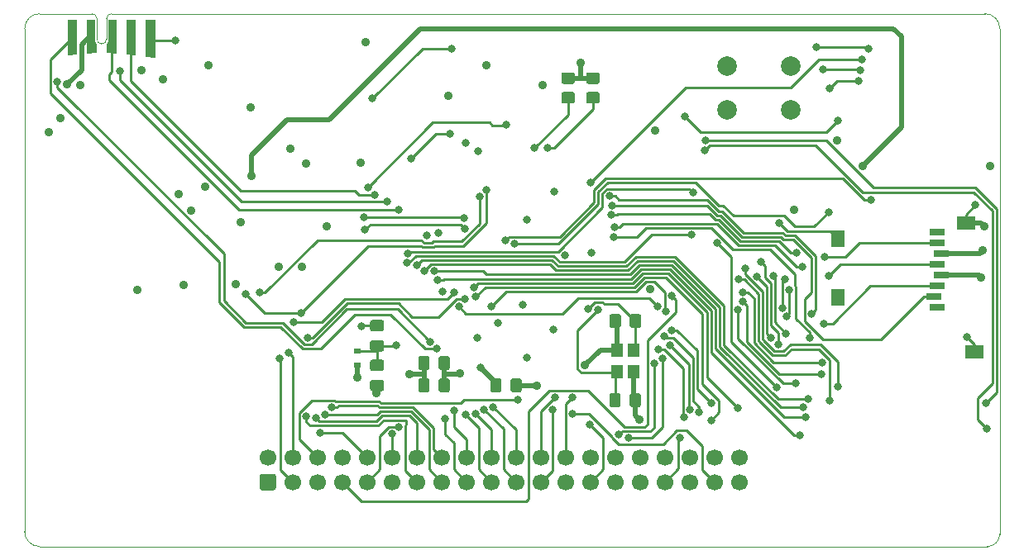
<source format=gbl>
%TF.GenerationSoftware,KiCad,Pcbnew,5.1.8*%
%TF.CreationDate,2020-12-10T16:40:19-06:00*%
%TF.ProjectId,e54-GFX-Development-Board,6535342d-4746-4582-9d44-6576656c6f70,rev?*%
%TF.SameCoordinates,Original*%
%TF.FileFunction,Copper,L4,Bot*%
%TF.FilePolarity,Positive*%
%FSLAX46Y46*%
G04 Gerber Fmt 4.6, Leading zero omitted, Abs format (unit mm)*
G04 Created by KiCad (PCBNEW 5.1.8) date 2020-12-10 16:40:19*
%MOMM*%
%LPD*%
G01*
G04 APERTURE LIST*
%TA.AperFunction,Profile*%
%ADD10C,0.050000*%
%TD*%
%TA.AperFunction,EtchedComponent*%
%ADD11C,0.050000*%
%TD*%
%TA.AperFunction,SMDPad,CuDef*%
%ADD12R,1.200000X1.400000*%
%TD*%
%TA.AperFunction,SMDPad,CuDef*%
%ADD13C,0.100000*%
%TD*%
%TA.AperFunction,SMDPad,CuDef*%
%ADD14R,1.500000X0.700000*%
%TD*%
%TA.AperFunction,SMDPad,CuDef*%
%ADD15R,1.400000X1.800000*%
%TD*%
%TA.AperFunction,SMDPad,CuDef*%
%ADD16R,1.900000X1.400000*%
%TD*%
%TA.AperFunction,ComponentPad*%
%ADD17C,2.000000*%
%TD*%
%TA.AperFunction,ComponentPad*%
%ADD18C,1.700000*%
%TD*%
%TA.AperFunction,SMDPad,CuDef*%
%ADD19R,0.800000X0.600000*%
%TD*%
%TA.AperFunction,ViaPad*%
%ADD20C,0.889000*%
%TD*%
%TA.AperFunction,ViaPad*%
%ADD21C,0.800000*%
%TD*%
%TA.AperFunction,Conductor*%
%ADD22C,0.500000*%
%TD*%
%TA.AperFunction,Conductor*%
%ADD23C,0.250000*%
%TD*%
G04 APERTURE END LIST*
D10*
X108378000Y-70358000D02*
X192786000Y-70358000D01*
X96012000Y-70358000D02*
X98378000Y-70358000D01*
X194310000Y-71882000D02*
X194310000Y-123698000D01*
X192786000Y-70358000D02*
G75*
G02*
X194310000Y-71882000I0J-1524000D01*
G01*
X94488000Y-71882000D02*
G75*
G02*
X96012000Y-70358000I1524000J0D01*
G01*
X96012000Y-124968000D02*
G75*
G02*
X94488000Y-123444000I0J1524000D01*
G01*
X194310000Y-123698000D02*
G75*
G02*
X193040000Y-124968000I-1270000J0D01*
G01*
X94488000Y-123444000D02*
X94488000Y-71882000D01*
X193040000Y-124968000D02*
X96012000Y-124968000D01*
D11*
%TO.C,J3*%
X101878000Y-70858000D02*
X101878000Y-72958000D01*
X102878000Y-72958000D02*
X102878000Y-70858000D01*
X98378000Y-70358000D02*
X101378000Y-70358000D01*
X103378000Y-70358000D02*
X108378000Y-70358000D01*
X102878000Y-72958000D02*
G75*
G02*
X101878000Y-72958000I-500000J0D01*
G01*
X101378000Y-70358000D02*
G75*
G02*
X101878000Y-70858000I0J-500000D01*
G01*
X102878000Y-70858000D02*
G75*
G02*
X103378000Y-70358000I500000J0D01*
G01*
%TD*%
D12*
%TO.P,Y1,4*%
%TO.N,GND*%
X155106000Y-104818000D03*
%TO.P,Y1,3*%
%TO.N,/XOUT0*%
X155106000Y-107018000D03*
%TO.P,Y1,2*%
%TO.N,GND*%
X156806000Y-107018000D03*
%TO.P,Y1,1*%
%TO.N,/XIN0*%
X156806000Y-104818000D03*
%TD*%
%TA.AperFunction,SMDPad,CuDef*%
D13*
%TO.P,J3,8*%
%TO.N,/DBG_RX*%
G36*
X98878000Y-70958000D02*
G01*
X99878000Y-70958000D01*
X99878000Y-74558000D01*
X98878000Y-74658000D01*
X98878000Y-70958000D01*
G37*
%TD.AperFunction*%
%TA.AperFunction,SMDPad,CuDef*%
%TO.P,J3,6*%
%TO.N,/SWO*%
G36*
X104878000Y-74558000D02*
G01*
X104878000Y-70958000D01*
X105878000Y-70958000D01*
X105878000Y-74658000D01*
X104878000Y-74558000D01*
G37*
%TD.AperFunction*%
%TA.AperFunction,SMDPad,CuDef*%
%TO.P,J3,10*%
%TO.N,/~RESET*%
G36*
X106878000Y-74758000D02*
G01*
X106878000Y-70958000D01*
X107878000Y-70958000D01*
X107878000Y-74858000D01*
X106878000Y-74758000D01*
G37*
%TD.AperFunction*%
%TA.AperFunction,SMDPad,CuDef*%
%TO.P,J3,3*%
%TO.N,GND*%
G36*
X100878000Y-70958000D02*
G01*
X101678000Y-70958000D01*
X101678000Y-72968000D01*
X101688000Y-73078000D01*
X101708000Y-73158000D01*
X101728000Y-73218000D01*
X101748000Y-73268000D01*
X101778000Y-73318000D01*
X101818000Y-73378000D01*
X101858000Y-73428000D01*
X101878000Y-73448000D01*
X101878000Y-74358000D01*
X100878000Y-74458000D01*
X100878000Y-70958000D01*
G37*
%TD.AperFunction*%
%TA.AperFunction,SMDPad,CuDef*%
%TO.P,J3,4*%
%TO.N,/SWCLK*%
G36*
X102878000Y-74358000D02*
G01*
X102878000Y-73448000D01*
X102898000Y-73428000D01*
X102938000Y-73378000D01*
X102978000Y-73318000D01*
X103008000Y-73268000D01*
X103028000Y-73218000D01*
X103048000Y-73158000D01*
X103068000Y-73078000D01*
X103078000Y-72968000D01*
X103078000Y-70958000D01*
X103878000Y-70958000D01*
X103878000Y-74458000D01*
X102878000Y-74358000D01*
G37*
%TD.AperFunction*%
%TD*%
D14*
%TO.P,X1,1*%
%TO.N,N/C*%
X187932000Y-100440000D03*
%TO.P,X1,2*%
%TO.N,/~SD_CS*%
X187532000Y-99340000D03*
%TO.P,X1,3*%
%TO.N,/SD_MOSI*%
X187932000Y-98240000D03*
%TO.P,X1,4*%
%TO.N,+3V3*%
X188332000Y-97140000D03*
%TO.P,X1,5*%
%TO.N,/SD_SCK*%
X187932000Y-96040000D03*
%TO.P,X1,6*%
%TO.N,GND*%
X188332000Y-94940000D03*
%TO.P,X1,7*%
%TO.N,/SD_MISO*%
X187932000Y-93840000D03*
%TO.P,X1,8*%
%TO.N,N/C*%
X187932000Y-92740000D03*
D15*
%TO.P,X1,CD2*%
X177732000Y-99440000D03*
%TO.P,X1,CD1*%
%TO.N,/SD_CD*%
X177732000Y-93440000D03*
D16*
%TO.P,X1,MT2*%
%TO.N,GND*%
X191732000Y-105040000D03*
%TO.P,X1,MT1*%
X190832000Y-91840000D03*
%TD*%
D17*
%TO.P,SW1,1*%
%TO.N,Net-(R2-Pad2)*%
X172870000Y-75692000D03*
%TO.P,SW1,2*%
%TO.N,GND*%
X172870000Y-80192000D03*
%TO.P,SW1,1*%
%TO.N,N/C*%
X166370000Y-75692000D03*
%TO.P,SW1,2*%
%TO.N,GND*%
X166370000Y-80192000D03*
%TD*%
%TO.P,R4,2*%
%TO.N,/I2C_SDA*%
%TA.AperFunction,SMDPad,CuDef*%
G36*
G01*
X149663999Y-78378000D02*
X150564001Y-78378000D01*
G75*
G02*
X150814000Y-78627999I0J-249999D01*
G01*
X150814000Y-79328001D01*
G75*
G02*
X150564001Y-79578000I-249999J0D01*
G01*
X149663999Y-79578000D01*
G75*
G02*
X149414000Y-79328001I0J249999D01*
G01*
X149414000Y-78627999D01*
G75*
G02*
X149663999Y-78378000I249999J0D01*
G01*
G37*
%TD.AperFunction*%
%TO.P,R4,1*%
%TO.N,+3V3*%
%TA.AperFunction,SMDPad,CuDef*%
G36*
G01*
X149663999Y-76378000D02*
X150564001Y-76378000D01*
G75*
G02*
X150814000Y-76627999I0J-249999D01*
G01*
X150814000Y-77328001D01*
G75*
G02*
X150564001Y-77578000I-249999J0D01*
G01*
X149663999Y-77578000D01*
G75*
G02*
X149414000Y-77328001I0J249999D01*
G01*
X149414000Y-76627999D01*
G75*
G02*
X149663999Y-76378000I249999J0D01*
G01*
G37*
%TD.AperFunction*%
%TD*%
%TO.P,R3,2*%
%TO.N,/I2C_SCL*%
%TA.AperFunction,SMDPad,CuDef*%
G36*
G01*
X152203999Y-78378000D02*
X153104001Y-78378000D01*
G75*
G02*
X153354000Y-78627999I0J-249999D01*
G01*
X153354000Y-79328001D01*
G75*
G02*
X153104001Y-79578000I-249999J0D01*
G01*
X152203999Y-79578000D01*
G75*
G02*
X151954000Y-79328001I0J249999D01*
G01*
X151954000Y-78627999D01*
G75*
G02*
X152203999Y-78378000I249999J0D01*
G01*
G37*
%TD.AperFunction*%
%TO.P,R3,1*%
%TO.N,+3V3*%
%TA.AperFunction,SMDPad,CuDef*%
G36*
G01*
X152203999Y-76378000D02*
X153104001Y-76378000D01*
G75*
G02*
X153354000Y-76627999I0J-249999D01*
G01*
X153354000Y-77328001D01*
G75*
G02*
X153104001Y-77578000I-249999J0D01*
G01*
X152203999Y-77578000D01*
G75*
G02*
X151954000Y-77328001I0J249999D01*
G01*
X151954000Y-76627999D01*
G75*
G02*
X152203999Y-76378000I249999J0D01*
G01*
G37*
%TD.AperFunction*%
%TD*%
D18*
%TO.P,J4,40*%
%TO.N,N/C*%
X167640000Y-115824000D03*
%TO.P,J4,38*%
%TO.N,/~TFT_cRST*%
X165100000Y-115824000D03*
%TO.P,J4,36*%
%TO.N,/TFT_D23*%
X162560000Y-115824000D03*
%TO.P,J4,34*%
%TO.N,/TFT_D21*%
X160020000Y-115824000D03*
%TO.P,J4,32*%
%TO.N,/TFT_D19*%
X157480000Y-115824000D03*
%TO.P,J4,30*%
%TO.N,/TFT_D17*%
X154940000Y-115824000D03*
%TO.P,J4,28*%
%TO.N,/TFT_D15*%
X152400000Y-115824000D03*
%TO.P,J4,26*%
%TO.N,/TFT_D13*%
X149860000Y-115824000D03*
%TO.P,J4,24*%
%TO.N,/TFT_D11*%
X147320000Y-115824000D03*
%TO.P,J4,22*%
%TO.N,/TFT_D9*%
X144780000Y-115824000D03*
%TO.P,J4,20*%
%TO.N,/TFT_D7*%
X142240000Y-115824000D03*
%TO.P,J4,18*%
%TO.N,/TFT_D5*%
X139700000Y-115824000D03*
%TO.P,J4,16*%
%TO.N,/TFT_D3*%
X137160000Y-115824000D03*
%TO.P,J4,14*%
%TO.N,/TFT_D1*%
X134620000Y-115824000D03*
%TO.P,J4,12*%
%TO.N,/TFT_TE*%
X132080000Y-115824000D03*
%TO.P,J4,10*%
%TO.N,/TFT_WR*%
X129540000Y-115824000D03*
%TO.P,J4,8*%
%TO.N,/TFT_DC*%
X127000000Y-115824000D03*
%TO.P,J4,6*%
%TO.N,/TFT_GPIO*%
X124460000Y-115824000D03*
%TO.P,J4,4*%
%TO.N,/I2C_SDA*%
X121920000Y-115824000D03*
%TO.P,J4,2*%
%TO.N,GND*%
X119380000Y-115824000D03*
%TO.P,J4,39*%
%TO.N,/TFT_WAKE*%
X167640000Y-118364000D03*
%TO.P,J4,37*%
%TO.N,/TFT_STANDBY*%
X165100000Y-118364000D03*
%TO.P,J4,35*%
%TO.N,/TFT_D22*%
X162560000Y-118364000D03*
%TO.P,J4,33*%
%TO.N,/TFT_D20*%
X160020000Y-118364000D03*
%TO.P,J4,31*%
%TO.N,/TFT_D18*%
X157480000Y-118364000D03*
%TO.P,J4,29*%
%TO.N,/TFT_D16*%
X154940000Y-118364000D03*
%TO.P,J4,27*%
%TO.N,/TFT_D14*%
X152400000Y-118364000D03*
%TO.P,J4,25*%
%TO.N,/TFT_D12*%
X149860000Y-118364000D03*
%TO.P,J4,23*%
%TO.N,/TFT_D10*%
X147320000Y-118364000D03*
%TO.P,J4,21*%
%TO.N,/TFT_D8*%
X144780000Y-118364000D03*
%TO.P,J4,19*%
%TO.N,/TFT_D6*%
X142240000Y-118364000D03*
%TO.P,J4,17*%
%TO.N,/TFT_D4*%
X139700000Y-118364000D03*
%TO.P,J4,15*%
%TO.N,/TFT_D2*%
X137160000Y-118364000D03*
%TO.P,J4,13*%
%TO.N,/TFT_D0*%
X134620000Y-118364000D03*
%TO.P,J4,11*%
%TO.N,/TFT_RD*%
X132080000Y-118364000D03*
%TO.P,J4,9*%
%TO.N,/~TFT_CS*%
X129540000Y-118364000D03*
%TO.P,J4,7*%
%TO.N,/~TFT_RST*%
X127000000Y-118364000D03*
%TO.P,J4,5*%
%TO.N,/TOUCH_INT*%
X124460000Y-118364000D03*
%TO.P,J4,3*%
%TO.N,/I2C_SCL*%
X121920000Y-118364000D03*
%TO.P,J4,1*%
%TO.N,+3V3*%
%TA.AperFunction,ComponentPad*%
G36*
G01*
X119980000Y-119214000D02*
X118780000Y-119214000D01*
G75*
G02*
X118530000Y-118964000I0J250000D01*
G01*
X118530000Y-117764000D01*
G75*
G02*
X118780000Y-117514000I250000J0D01*
G01*
X119980000Y-117514000D01*
G75*
G02*
X120230000Y-117764000I0J-250000D01*
G01*
X120230000Y-118964000D01*
G75*
G02*
X119980000Y-119214000I-250000J0D01*
G01*
G37*
%TD.AperFunction*%
%TD*%
D19*
%TO.P,FB1,1*%
%TO.N,+3V3*%
X128524000Y-106364000D03*
%TO.P,FB1,2*%
%TO.N,/VCC_MCU_VDDANA*%
X128524000Y-104964000D03*
%TD*%
%TO.P,C22,2*%
%TO.N,GND*%
%TA.AperFunction,SMDPad,CuDef*%
G36*
G01*
X155527500Y-101379000D02*
X155527500Y-102329000D01*
G75*
G02*
X155277500Y-102579000I-250000J0D01*
G01*
X154602500Y-102579000D01*
G75*
G02*
X154352500Y-102329000I0J250000D01*
G01*
X154352500Y-101379000D01*
G75*
G02*
X154602500Y-101129000I250000J0D01*
G01*
X155277500Y-101129000D01*
G75*
G02*
X155527500Y-101379000I0J-250000D01*
G01*
G37*
%TD.AperFunction*%
%TO.P,C22,1*%
%TO.N,/XIN0*%
%TA.AperFunction,SMDPad,CuDef*%
G36*
G01*
X157602500Y-101379000D02*
X157602500Y-102329000D01*
G75*
G02*
X157352500Y-102579000I-250000J0D01*
G01*
X156677500Y-102579000D01*
G75*
G02*
X156427500Y-102329000I0J250000D01*
G01*
X156427500Y-101379000D01*
G75*
G02*
X156677500Y-101129000I250000J0D01*
G01*
X157352500Y-101129000D01*
G75*
G02*
X157602500Y-101379000I0J-250000D01*
G01*
G37*
%TD.AperFunction*%
%TD*%
%TO.P,C21,2*%
%TO.N,GND*%
%TA.AperFunction,SMDPad,CuDef*%
G36*
G01*
X156406000Y-110457000D02*
X156406000Y-109507000D01*
G75*
G02*
X156656000Y-109257000I250000J0D01*
G01*
X157331000Y-109257000D01*
G75*
G02*
X157581000Y-109507000I0J-250000D01*
G01*
X157581000Y-110457000D01*
G75*
G02*
X157331000Y-110707000I-250000J0D01*
G01*
X156656000Y-110707000D01*
G75*
G02*
X156406000Y-110457000I0J250000D01*
G01*
G37*
%TD.AperFunction*%
%TO.P,C21,1*%
%TO.N,/XOUT0*%
%TA.AperFunction,SMDPad,CuDef*%
G36*
G01*
X154331000Y-110457000D02*
X154331000Y-109507000D01*
G75*
G02*
X154581000Y-109257000I250000J0D01*
G01*
X155256000Y-109257000D01*
G75*
G02*
X155506000Y-109507000I0J-250000D01*
G01*
X155506000Y-110457000D01*
G75*
G02*
X155256000Y-110707000I-250000J0D01*
G01*
X154581000Y-110707000D01*
G75*
G02*
X154331000Y-110457000I0J250000D01*
G01*
G37*
%TD.AperFunction*%
%TD*%
%TO.P,C18,2*%
%TO.N,GND*%
%TA.AperFunction,SMDPad,CuDef*%
G36*
G01*
X136848000Y-106647000D02*
X136848000Y-105697000D01*
G75*
G02*
X137098000Y-105447000I250000J0D01*
G01*
X137773000Y-105447000D01*
G75*
G02*
X138023000Y-105697000I0J-250000D01*
G01*
X138023000Y-106647000D01*
G75*
G02*
X137773000Y-106897000I-250000J0D01*
G01*
X137098000Y-106897000D01*
G75*
G02*
X136848000Y-106647000I0J250000D01*
G01*
G37*
%TD.AperFunction*%
%TO.P,C18,1*%
%TO.N,+3V3*%
%TA.AperFunction,SMDPad,CuDef*%
G36*
G01*
X134773000Y-106647000D02*
X134773000Y-105697000D01*
G75*
G02*
X135023000Y-105447000I250000J0D01*
G01*
X135698000Y-105447000D01*
G75*
G02*
X135948000Y-105697000I0J-250000D01*
G01*
X135948000Y-106647000D01*
G75*
G02*
X135698000Y-106897000I-250000J0D01*
G01*
X135023000Y-106897000D01*
G75*
G02*
X134773000Y-106647000I0J250000D01*
G01*
G37*
%TD.AperFunction*%
%TD*%
%TO.P,C17,2*%
%TO.N,GND*%
%TA.AperFunction,SMDPad,CuDef*%
G36*
G01*
X136848000Y-108933000D02*
X136848000Y-107983000D01*
G75*
G02*
X137098000Y-107733000I250000J0D01*
G01*
X137773000Y-107733000D01*
G75*
G02*
X138023000Y-107983000I0J-250000D01*
G01*
X138023000Y-108933000D01*
G75*
G02*
X137773000Y-109183000I-250000J0D01*
G01*
X137098000Y-109183000D01*
G75*
G02*
X136848000Y-108933000I0J250000D01*
G01*
G37*
%TD.AperFunction*%
%TO.P,C17,1*%
%TO.N,+3V3*%
%TA.AperFunction,SMDPad,CuDef*%
G36*
G01*
X134773000Y-108933000D02*
X134773000Y-107983000D01*
G75*
G02*
X135023000Y-107733000I250000J0D01*
G01*
X135698000Y-107733000D01*
G75*
G02*
X135948000Y-107983000I0J-250000D01*
G01*
X135948000Y-108933000D01*
G75*
G02*
X135698000Y-109183000I-250000J0D01*
G01*
X135023000Y-109183000D01*
G75*
G02*
X134773000Y-108933000I0J250000D01*
G01*
G37*
%TD.AperFunction*%
%TD*%
%TO.P,C15,2*%
%TO.N,GND*%
%TA.AperFunction,SMDPad,CuDef*%
G36*
G01*
X144214000Y-108933000D02*
X144214000Y-107983000D01*
G75*
G02*
X144464000Y-107733000I250000J0D01*
G01*
X145139000Y-107733000D01*
G75*
G02*
X145389000Y-107983000I0J-250000D01*
G01*
X145389000Y-108933000D01*
G75*
G02*
X145139000Y-109183000I-250000J0D01*
G01*
X144464000Y-109183000D01*
G75*
G02*
X144214000Y-108933000I0J250000D01*
G01*
G37*
%TD.AperFunction*%
%TO.P,C15,1*%
%TO.N,+3V3*%
%TA.AperFunction,SMDPad,CuDef*%
G36*
G01*
X142139000Y-108933000D02*
X142139000Y-107983000D01*
G75*
G02*
X142389000Y-107733000I250000J0D01*
G01*
X143064000Y-107733000D01*
G75*
G02*
X143314000Y-107983000I0J-250000D01*
G01*
X143314000Y-108933000D01*
G75*
G02*
X143064000Y-109183000I-250000J0D01*
G01*
X142389000Y-109183000D01*
G75*
G02*
X142139000Y-108933000I0J250000D01*
G01*
G37*
%TD.AperFunction*%
%TD*%
%TO.P,C11,2*%
%TO.N,GND*%
%TA.AperFunction,SMDPad,CuDef*%
G36*
G01*
X130081000Y-107892000D02*
X131031000Y-107892000D01*
G75*
G02*
X131281000Y-108142000I0J-250000D01*
G01*
X131281000Y-108817000D01*
G75*
G02*
X131031000Y-109067000I-250000J0D01*
G01*
X130081000Y-109067000D01*
G75*
G02*
X129831000Y-108817000I0J250000D01*
G01*
X129831000Y-108142000D01*
G75*
G02*
X130081000Y-107892000I250000J0D01*
G01*
G37*
%TD.AperFunction*%
%TO.P,C11,1*%
%TO.N,/VCC_MCU_VDDANA*%
%TA.AperFunction,SMDPad,CuDef*%
G36*
G01*
X130081000Y-105817000D02*
X131031000Y-105817000D01*
G75*
G02*
X131281000Y-106067000I0J-250000D01*
G01*
X131281000Y-106742000D01*
G75*
G02*
X131031000Y-106992000I-250000J0D01*
G01*
X130081000Y-106992000D01*
G75*
G02*
X129831000Y-106742000I0J250000D01*
G01*
X129831000Y-106067000D01*
G75*
G02*
X130081000Y-105817000I250000J0D01*
G01*
G37*
%TD.AperFunction*%
%TD*%
%TO.P,C5,2*%
%TO.N,GND*%
%TA.AperFunction,SMDPad,CuDef*%
G36*
G01*
X131031000Y-102928000D02*
X130081000Y-102928000D01*
G75*
G02*
X129831000Y-102678000I0J250000D01*
G01*
X129831000Y-102003000D01*
G75*
G02*
X130081000Y-101753000I250000J0D01*
G01*
X131031000Y-101753000D01*
G75*
G02*
X131281000Y-102003000I0J-250000D01*
G01*
X131281000Y-102678000D01*
G75*
G02*
X131031000Y-102928000I-250000J0D01*
G01*
G37*
%TD.AperFunction*%
%TO.P,C5,1*%
%TO.N,/VCC_MCU_VDDANA*%
%TA.AperFunction,SMDPad,CuDef*%
G36*
G01*
X131031000Y-105003000D02*
X130081000Y-105003000D01*
G75*
G02*
X129831000Y-104753000I0J250000D01*
G01*
X129831000Y-104078000D01*
G75*
G02*
X130081000Y-103828000I250000J0D01*
G01*
X131031000Y-103828000D01*
G75*
G02*
X131281000Y-104078000I0J-250000D01*
G01*
X131281000Y-104753000D01*
G75*
G02*
X131031000Y-105003000I-250000J0D01*
G01*
G37*
%TD.AperFunction*%
%TD*%
D20*
%TO.N,GND*%
X192720000Y-92170000D03*
X192550000Y-94650000D03*
X116070000Y-98050000D03*
X110750000Y-98130000D03*
X120520000Y-96270000D03*
X111560000Y-90520000D03*
X97000000Y-82470000D03*
X106460000Y-76190000D03*
X106000000Y-98640000D03*
X128900000Y-85660000D03*
X147470000Y-77680000D03*
X146930000Y-108520000D03*
X121700000Y-84180000D03*
X98820000Y-77620000D03*
X110260000Y-88860000D03*
D21*
X140890000Y-84430000D03*
X145890000Y-91490000D03*
X142910000Y-102080000D03*
X140850000Y-103570000D03*
D20*
X137837310Y-78738060D03*
X130484185Y-109288747D03*
D21*
X137260000Y-98820000D03*
X128960000Y-102360000D03*
D20*
X139073428Y-107206572D03*
D21*
X149751070Y-95100328D03*
D20*
X159050000Y-82347310D03*
X177605936Y-83354064D03*
D21*
X145487759Y-100198432D03*
D20*
X151814484Y-106408625D03*
X158487136Y-98568970D03*
X157440000Y-112000000D03*
X129410000Y-73260000D03*
D21*
X136840000Y-92830000D03*
X190970000Y-103500000D03*
X191820000Y-89980000D03*
D20*
%TO.N,+5V*%
X122880000Y-96330000D03*
X125400000Y-92140000D03*
X117670000Y-87000000D03*
X180280000Y-85950000D03*
D21*
%TO.N,/VCC_MCU_VDDCORE*%
X138030000Y-82650000D03*
X134080000Y-85190000D03*
D20*
%TO.N,+3V3*%
X173220000Y-90480000D03*
X193280000Y-86010000D03*
X192400000Y-97370000D03*
X128530000Y-107670000D03*
X112970000Y-88080000D03*
X113260000Y-75680000D03*
X117640000Y-79960000D03*
X151370000Y-75400000D03*
X141790000Y-75680000D03*
X123260000Y-85690000D03*
X100160000Y-77690000D03*
X108680000Y-77080000D03*
X98160000Y-81040000D03*
D21*
X139640000Y-83610000D03*
X145890000Y-105630000D03*
X141170000Y-106650000D03*
D20*
X133882175Y-107309095D03*
D21*
X148592259Y-102728036D03*
X148710000Y-88602810D03*
X152540000Y-94840000D03*
X135630000Y-93070000D03*
D20*
X116630000Y-91770000D03*
D21*
%TO.N,/VCC_MCU_VDDANA*%
X132548926Y-104376415D03*
%TO.N,/~RESET*%
X138220000Y-73910000D03*
X130094750Y-79025250D03*
X109920000Y-73120000D03*
%TO.N,/XOUT32*%
X133656096Y-95901926D03*
X162707595Y-93032810D03*
%TO.N,/XOUT0*%
X153175948Y-100680050D03*
%TO.N,/XIN0*%
X152154646Y-100626243D03*
%TO.N,/XIN32*%
X133706202Y-94925398D03*
X162889414Y-88716089D03*
%TO.N,/USB_DM*%
X117120000Y-99120000D03*
X122772216Y-101033860D03*
X141732810Y-88419216D03*
%TO.N,/USB_DP*%
X118530000Y-98940000D03*
X141030000Y-89140000D03*
%TO.N,/DBG_TX*%
X97827031Y-77366824D03*
X136002810Y-104010000D03*
%TO.N,/DBG_RX*%
X136667940Y-104726742D03*
%TO.N,/SWDIO*%
X131580000Y-89610000D03*
X104220000Y-76240000D03*
%TO.N,/SWCLK*%
X132780000Y-90447190D03*
%TO.N,/SWO*%
X130280000Y-88907190D03*
%TO.N,/~TFT_cRST*%
X171450000Y-108650000D03*
X165350566Y-93854490D03*
%TO.N,/TFT_D23*%
X140677935Y-99384973D03*
X164780000Y-112030000D03*
%TO.N,/TFT_D21*%
X160691380Y-102781640D03*
X164780000Y-110290000D03*
%TO.N,/TFT_D19*%
X160561937Y-104385790D03*
X162603748Y-110949338D03*
%TO.N,/TFT_D17*%
X159771090Y-105697767D03*
X156338733Y-113827190D03*
%TO.N,/TFT_D13*%
X150520000Y-109682810D03*
%TO.N,/TFT_D11*%
X148778171Y-109682810D03*
%TO.N,/TFT_D9*%
X142450000Y-110680000D03*
%TO.N,/TFT_D7*%
X140628346Y-111353883D03*
%TO.N,/TFT_D5*%
X138470000Y-111040000D03*
%TO.N,/TFT_D3*%
X125884094Y-110713576D03*
%TO.N,/TFT_D1*%
X124269187Y-111781155D03*
%TO.N,/TFT_TE*%
X132067588Y-113416863D03*
%TO.N,/TFT_WR*%
X123441764Y-103567177D03*
X124770000Y-113290000D03*
X139537087Y-99619459D03*
%TO.N,/TFT_GPIO*%
X144980000Y-109900000D03*
%TO.N,/I2C_SDA*%
X121500000Y-105130000D03*
X129343397Y-92520528D03*
X146696059Y-84104957D03*
X139529043Y-92376537D03*
%TO.N,/TFT_WAKE*%
X173411978Y-108278022D03*
X167472810Y-100666197D03*
%TO.N,/TFT_STANDBY*%
X150577190Y-111364327D03*
%TO.N,/TFT_D22*%
X140520000Y-98420000D03*
X167525611Y-110776321D03*
%TO.N,/TFT_D20*%
X159944966Y-103413290D03*
X161550000Y-113820000D03*
X163535481Y-111245969D03*
%TO.N,/TFT_D18*%
X159371900Y-104778192D03*
X162003327Y-111723456D03*
%TO.N,/TFT_D16*%
X155307297Y-113530832D03*
X158933686Y-106202602D03*
%TO.N,/TFT_D14*%
X152360000Y-112490000D03*
%TO.N,/TFT_D10*%
X148502453Y-110952452D03*
%TO.N,/TFT_D8*%
X141499644Y-110910086D03*
%TO.N,/TFT_D6*%
X139623757Y-111447713D03*
%TO.N,/TFT_D4*%
X137510000Y-111890000D03*
%TO.N,/TFT_D2*%
X125248433Y-111456578D03*
%TO.N,/TFT_D0*%
X123301964Y-111637646D03*
%TO.N,/TFT_RD*%
X122012784Y-102013292D03*
X138433595Y-98913862D03*
%TO.N,/~TFT_CS*%
X132749992Y-112714053D03*
%TO.N,/~TFT_RST*%
X160745437Y-99260490D03*
%TO.N,/I2C_SCL*%
X129250000Y-91190000D03*
X120570000Y-105690000D03*
X148040000Y-84080000D03*
X139452810Y-91266128D03*
%TO.N,/SD_CD*%
X138955530Y-100405530D03*
X171688783Y-91782810D03*
X159309311Y-100380641D03*
%TO.N,/SD_MISO*%
X154522061Y-90988136D03*
X173463259Y-94850127D03*
X176387590Y-95257576D03*
%TO.N,/SD_SCK*%
X176780000Y-97230000D03*
X154834560Y-92205440D03*
X174070309Y-96269404D03*
%TO.N,/SD_MOSI*%
X154800000Y-93230000D03*
X174850000Y-103550000D03*
X176290000Y-102130000D03*
%TO.N,/~SD_CS*%
X154626223Y-90015888D03*
%TO.N,/DEV_GPIO_10*%
X173830000Y-113610000D03*
X136770000Y-97630000D03*
%TO.N,/DEV_GPIO_9*%
X174397190Y-111674985D03*
X136383498Y-96731817D03*
%TO.N,/DEV_GPIO_8*%
X174201291Y-110716998D03*
X135406391Y-96694678D03*
%TO.N,/DEV_GPIO_7*%
X174720968Y-109888716D03*
X134606328Y-96132526D03*
%TO.N,/DEV_GPIO_6*%
X164165706Y-83340684D03*
X192880000Y-110290000D03*
%TO.N,/DEV_GPIO_5*%
X164140000Y-84360000D03*
X192970000Y-112900000D03*
%TO.N,/DEV_GPIO_4*%
X177710000Y-108570000D03*
X168210000Y-96438421D03*
%TO.N,/DEV_GPIO_3*%
X167577190Y-97614135D03*
X176890000Y-109980000D03*
%TO.N,/DEV_GPIO_2*%
X176135530Y-106084470D03*
X167967353Y-98891230D03*
%TO.N,/DEV_GPIO_1*%
X176050000Y-107320000D03*
X168035696Y-99866650D03*
%TO.N,/DEV_GPIO_20*%
X175060000Y-101140000D03*
X154370000Y-89030000D03*
%TO.N,/DEV_GPIO_19*%
X172521052Y-101344281D03*
X172750712Y-98702992D03*
%TO.N,/DEV_GPIO_18*%
X172287656Y-97584472D03*
X172022462Y-100503137D03*
%TO.N,/DEV_GPIO_16*%
X172420000Y-103130000D03*
X171118257Y-97200832D03*
%TO.N,/DEV_GPIO_15*%
X170892176Y-103596220D03*
X169435921Y-97291768D03*
%TO.N,/DEV_GPIO_14*%
X171607919Y-104262423D03*
X169890000Y-95790000D03*
%TO.N,/DEV_GPIO_13*%
X142266432Y-100390655D03*
X160150000Y-100880000D03*
%TO.N,/DEV_GPIO_12*%
X144650000Y-93960000D03*
X176760000Y-90690000D03*
%TO.N,/DEV_GPIO_11*%
X143730181Y-93628262D03*
X181153748Y-89422810D03*
%TO.N,/DEV_GPIO_27*%
X129624987Y-88181192D03*
X177700000Y-81350000D03*
X143820000Y-81720000D03*
X162067029Y-80890953D03*
%TO.N,/DEV_GPIO_24*%
X176870000Y-78050000D03*
X179863013Y-77257974D03*
%TO.N,/DEV_GPIO_23*%
X176240000Y-76050000D03*
X180040000Y-76190000D03*
%TO.N,/DEV_GPIO_22*%
X175520000Y-73770000D03*
X180870000Y-73970000D03*
%TO.N,/DEV_GPIO_21*%
X180180000Y-75070000D03*
X152450000Y-87650000D03*
%TD*%
D22*
%TO.N,GND*%
X192390000Y-91840000D02*
X192720000Y-92170000D01*
X190832000Y-91840000D02*
X192390000Y-91840000D01*
X192260000Y-94940000D02*
X192550000Y-94650000D01*
X188332000Y-94940000D02*
X192260000Y-94940000D01*
X137435500Y-108458000D02*
X137435500Y-107325500D01*
X137435500Y-107325500D02*
X137435500Y-106172000D01*
X146868000Y-108458000D02*
X146930000Y-108520000D01*
X144801500Y-108458000D02*
X146868000Y-108458000D01*
X101378000Y-72458000D02*
X100310000Y-73526000D01*
X100310000Y-76130000D02*
X98820000Y-77620000D01*
X100310000Y-73526000D02*
X100310000Y-76130000D01*
X130556000Y-109216932D02*
X130484185Y-109288747D01*
X130556000Y-108479500D02*
X130556000Y-109216932D01*
D23*
X128979500Y-102340500D02*
X128960000Y-102360000D01*
X130556000Y-102340500D02*
X128979500Y-102340500D01*
D22*
X138954500Y-107325500D02*
X139073428Y-107206572D01*
X137435500Y-107325500D02*
X138954500Y-107325500D01*
X155106000Y-102020000D02*
X154940000Y-101854000D01*
X155106000Y-104818000D02*
X155106000Y-102020000D01*
X156806000Y-107018000D02*
X156806000Y-109423507D01*
X156993500Y-109982000D02*
X157213488Y-109982000D01*
X153405109Y-104818000D02*
X151814484Y-106408625D01*
X155106000Y-104818000D02*
X153405109Y-104818000D01*
X156993500Y-111553500D02*
X157440000Y-112000000D01*
X156993500Y-109982000D02*
X156993500Y-111553500D01*
D23*
X191732000Y-104262000D02*
X190970000Y-103500000D01*
X191732000Y-105040000D02*
X191732000Y-104262000D01*
X190832000Y-90968000D02*
X191820000Y-89980000D01*
X190832000Y-91840000D02*
X190832000Y-90968000D01*
D22*
%TO.N,+5V*%
X180280000Y-85950000D02*
X184250000Y-81980000D01*
X184250000Y-81980000D02*
X184250000Y-72720000D01*
X184250000Y-72720000D02*
X183440000Y-71910000D01*
X183440000Y-71910000D02*
X134950000Y-71910000D01*
X134950000Y-71910000D02*
X125640000Y-81220000D01*
X125640000Y-81220000D02*
X121350000Y-81220000D01*
X117670000Y-84900000D02*
X117670000Y-87000000D01*
X121350000Y-81220000D02*
X117670000Y-84900000D01*
D23*
%TO.N,/VCC_MCU_VDDCORE*%
X136620000Y-82650000D02*
X134080000Y-85190000D01*
X138030000Y-82650000D02*
X136620000Y-82650000D01*
D22*
%TO.N,+3V3*%
X192170000Y-97140000D02*
X192400000Y-97370000D01*
X188332000Y-97140000D02*
X192170000Y-97140000D01*
X128524000Y-107664000D02*
X128530000Y-107670000D01*
X128524000Y-106364000D02*
X128524000Y-107664000D01*
X135360500Y-108458000D02*
X135360500Y-107270500D01*
X135360500Y-107270500D02*
X135360500Y-106172000D01*
X151378000Y-75408000D02*
X151370000Y-75400000D01*
X151378000Y-76978000D02*
X151378000Y-75408000D01*
X150114000Y-76978000D02*
X151378000Y-76978000D01*
X151378000Y-76978000D02*
X152654000Y-76978000D01*
X142726500Y-108206500D02*
X141170000Y-106650000D01*
X142726500Y-108458000D02*
X142726500Y-108206500D01*
X133920770Y-107270500D02*
X133882175Y-107309095D01*
X135360500Y-107270500D02*
X133920770Y-107270500D01*
D23*
%TO.N,/VCC_MCU_VDDANA*%
X130556000Y-104944000D02*
X130560000Y-104940000D01*
X130556000Y-106404500D02*
X130556000Y-104944000D01*
X130526000Y-104964000D02*
X130550000Y-104940000D01*
X128524000Y-104964000D02*
X130526000Y-104964000D01*
X130556000Y-104934000D02*
X130526000Y-104964000D01*
X130556000Y-104415500D02*
X130556000Y-104934000D01*
X130556000Y-104415500D02*
X132509841Y-104415500D01*
X132509841Y-104415500D02*
X132548926Y-104376415D01*
%TO.N,/~RESET*%
X135210000Y-73910000D02*
X130094750Y-79025250D01*
X138220000Y-73910000D02*
X135210000Y-73910000D01*
X107640000Y-73120000D02*
X107378000Y-72858000D01*
X109920000Y-73120000D02*
X107640000Y-73120000D01*
%TO.N,/XOUT32*%
X133828222Y-95901926D02*
X134556754Y-95173394D01*
X148623489Y-95173393D02*
X149253228Y-95803134D01*
X155911858Y-95803134D02*
X158682182Y-93032810D01*
X133656096Y-95901926D02*
X133828222Y-95901926D01*
X134556754Y-95173394D02*
X148623489Y-95173393D01*
X149253228Y-95803134D02*
X155911858Y-95803134D01*
X158682182Y-93032810D02*
X162707595Y-93032810D01*
%TO.N,/XOUT0*%
X154918500Y-107205500D02*
X155106000Y-107018000D01*
X154918500Y-109982000D02*
X154918500Y-107205500D01*
X151067182Y-106767331D02*
X151067182Y-102788816D01*
X151455778Y-107155927D02*
X151067182Y-106767331D01*
X151067182Y-102788816D02*
X153175948Y-100680050D01*
X155106000Y-107018000D02*
X154968073Y-107155927D01*
X154968073Y-107155927D02*
X151455778Y-107155927D01*
%TO.N,/XIN0*%
X157015000Y-104609000D02*
X156806000Y-104818000D01*
X157015000Y-101854000D02*
X157015000Y-104609000D01*
X157015000Y-101854000D02*
X155246846Y-100085846D01*
X155246846Y-100085846D02*
X153796221Y-100085846D01*
X152845043Y-99935846D02*
X152154646Y-100626243D01*
X153796221Y-100085846D02*
X153646221Y-99935846D01*
X153646221Y-99935846D02*
X152845043Y-99935846D01*
%TO.N,/XIN32*%
X149105665Y-94745583D02*
X153637198Y-90214050D01*
X162489415Y-88316090D02*
X162889414Y-88716089D01*
X153637198Y-90214050D02*
X153637198Y-88752654D01*
X133886017Y-94745583D02*
X149105665Y-94745583D01*
X133706202Y-94925398D02*
X133886017Y-94745583D01*
X153637198Y-88752654D02*
X154073762Y-88316090D01*
X154073762Y-88316090D02*
X162489415Y-88316090D01*
%TO.N,/USB_DM*%
X117120000Y-99120000D02*
X119033860Y-101033860D01*
X119033860Y-101033860D02*
X122772216Y-101033860D01*
X129646076Y-94160000D02*
X135074838Y-94160000D01*
X139370744Y-94160000D02*
X141732810Y-91797934D01*
X136465162Y-94160000D02*
X139370744Y-94160000D01*
X135205449Y-94290611D02*
X136334551Y-94290611D01*
X122772216Y-101033860D02*
X129646076Y-94160000D01*
X135074838Y-94160000D02*
X135205449Y-94290611D01*
X141732810Y-91797934D02*
X141732810Y-88419216D01*
X136334551Y-94290611D02*
X136465162Y-94160000D01*
%TO.N,/USB_DP*%
X119095685Y-98940000D02*
X124467874Y-93567811D01*
X135087665Y-93567811D02*
X135382655Y-93862801D01*
X136344623Y-93675523D02*
X139250205Y-93675523D01*
X136157345Y-93862801D02*
X136344623Y-93675523D01*
X141030000Y-91895728D02*
X141030000Y-89140000D01*
X135382655Y-93862801D02*
X136157345Y-93862801D01*
X139250205Y-93675523D02*
X141030000Y-91895728D01*
X118530000Y-98940000D02*
X119095685Y-98940000D01*
X124467874Y-93567811D02*
X135087665Y-93567811D01*
%TO.N,/DBG_TX*%
X132650621Y-100657811D02*
X136002810Y-104010000D01*
X114870000Y-94975478D02*
X114870000Y-99770000D01*
X117120000Y-102020000D02*
X120882876Y-102020000D01*
X127477205Y-100657811D02*
X132650621Y-100657811D01*
X120882876Y-102020000D02*
X123132854Y-104269978D01*
X123865038Y-104269978D02*
X127477205Y-100657811D01*
X97827031Y-77366824D02*
X97827031Y-77932509D01*
X97827031Y-77932509D02*
X114870000Y-94975478D01*
X123132854Y-104269978D02*
X123865038Y-104269978D01*
X114870000Y-99770000D02*
X117120000Y-102020000D01*
%TO.N,/DBG_RX*%
X114442189Y-95817205D02*
X114442189Y-99947205D01*
X131929483Y-101205622D02*
X135450603Y-104726742D01*
X99378000Y-72758000D02*
X97124230Y-75011770D01*
X135450603Y-104726742D02*
X136667940Y-104726742D01*
X114442189Y-99947205D02*
X116942795Y-102447811D01*
X122927214Y-104697789D02*
X124833423Y-104697789D01*
X128325590Y-101205622D02*
X131929483Y-101205622D01*
X97124230Y-78499246D02*
X114442189Y-95817205D01*
X120677236Y-102447811D02*
X122927214Y-104697789D01*
X116942795Y-102447811D02*
X120677236Y-102447811D01*
X124833423Y-104697789D02*
X128325590Y-101205622D01*
X97124230Y-75011770D02*
X97124230Y-78499246D01*
%TO.N,/SWDIO*%
X131580000Y-89610000D02*
X116685935Y-89610000D01*
X116685935Y-89610000D02*
X104220000Y-77144065D01*
X104220000Y-77144065D02*
X104220000Y-76240000D01*
%TO.N,/SWCLK*%
X103378000Y-76321854D02*
X103157199Y-76542655D01*
X116460000Y-90490000D02*
X128889852Y-90490000D01*
X103378000Y-72458000D02*
X103378000Y-76321854D01*
X128932662Y-90447190D02*
X132780000Y-90447190D01*
X128889852Y-90490000D02*
X128932662Y-90447190D01*
X103157199Y-77187199D02*
X116460000Y-90490000D01*
X103157199Y-76542655D02*
X103157199Y-77187199D01*
%TO.N,/SWO*%
X116644378Y-88494378D02*
X128284410Y-88494378D01*
X105378000Y-72758000D02*
X105378000Y-77228000D01*
X105378000Y-77228000D02*
X116644378Y-88494378D01*
X128284410Y-88494378D02*
X128697222Y-88907190D01*
X128697222Y-88907190D02*
X130280000Y-88907190D01*
%TO.N,/~TFT_cRST*%
X171450000Y-108650000D02*
X166770000Y-103970000D01*
X166770000Y-103970000D02*
X166770000Y-95273924D01*
X166770000Y-95273924D02*
X165350566Y-93854490D01*
%TO.N,/TFT_D23*%
X160159020Y-97393858D02*
X163880001Y-101114839D01*
X157951226Y-97393858D02*
X160159020Y-97393858D01*
X141631831Y-98431077D02*
X156914007Y-98431077D01*
X165572801Y-111237199D02*
X164780000Y-112030000D01*
X163880001Y-101114839D02*
X163880001Y-108359855D01*
X140677935Y-99384973D02*
X141631831Y-98431077D01*
X165572801Y-110052655D02*
X165572801Y-111237199D01*
X163880001Y-108359855D02*
X165572801Y-110052655D01*
X156914007Y-98431077D02*
X157951226Y-97393858D01*
%TO.N,/TFT_D21*%
X160691380Y-102781640D02*
X161257065Y-102781640D01*
X163330001Y-104854576D02*
X163330001Y-108840001D01*
X163330001Y-108840001D02*
X164780000Y-110290000D01*
X161257065Y-102781640D02*
X163330001Y-104854576D01*
%TO.N,/TFT_D19*%
X160561937Y-104385790D02*
X162451700Y-106275553D01*
X162451700Y-106275553D02*
X162451700Y-110797290D01*
X162451700Y-110797290D02*
X162603748Y-110949338D01*
%TO.N,/TFT_D17*%
X158712047Y-113827190D02*
X156338733Y-113827190D01*
X159771090Y-105697767D02*
X159771090Y-112768147D01*
X159771090Y-112768147D02*
X158712047Y-113827190D01*
%TO.N,/TFT_D13*%
X149860000Y-110342810D02*
X150520000Y-109682810D01*
X149860000Y-115824000D02*
X149860000Y-110342810D01*
%TO.N,/TFT_D11*%
X147320000Y-115824000D02*
X147320000Y-111140981D01*
X147320000Y-111140981D02*
X148778171Y-109682810D01*
%TO.N,/TFT_D9*%
X144780000Y-113010000D02*
X144780000Y-115824000D01*
X142450000Y-110680000D02*
X144780000Y-113010000D01*
%TO.N,/TFT_D7*%
X142240000Y-115824000D02*
X142240000Y-112965537D01*
X142240000Y-112965537D02*
X140628346Y-111353883D01*
%TO.N,/TFT_D5*%
X138470000Y-111040000D02*
X138470000Y-112740000D01*
X139700000Y-113970000D02*
X139700000Y-115824000D01*
X138470000Y-112740000D02*
X139700000Y-113970000D01*
%TO.N,/TFT_D3*%
X137160000Y-115824000D02*
X136310001Y-114974001D01*
X136310001Y-112824809D02*
X134213003Y-110727811D01*
X136310001Y-114974001D02*
X136310001Y-112824809D01*
X134213003Y-110727811D02*
X130820670Y-110727810D01*
X130820670Y-110727810D02*
X130586627Y-110493767D01*
X130586627Y-110493767D02*
X126669588Y-110493767D01*
X126669588Y-110493767D02*
X126449779Y-110713576D01*
X126449779Y-110713576D02*
X125884094Y-110713576D01*
%TO.N,/TFT_D1*%
X131061404Y-111583432D02*
X130485448Y-112159388D01*
X134620000Y-115824000D02*
X134620000Y-112344840D01*
X134620000Y-112344840D02*
X133858592Y-111583432D01*
X130485448Y-112159388D02*
X124647420Y-112159388D01*
X124647420Y-112159388D02*
X124269187Y-111781155D01*
X133858592Y-111583432D02*
X131061404Y-111583432D01*
%TO.N,/TFT_TE*%
X132080000Y-115824000D02*
X132080000Y-113429275D01*
X132080000Y-113429275D02*
X132067588Y-113416863D01*
%TO.N,/TFT_WR*%
X127006000Y-113290000D02*
X124770000Y-113290000D01*
X129540000Y-115824000D02*
X127006000Y-113290000D01*
X123441764Y-103567177D02*
X123957449Y-103567177D01*
X134170190Y-101450190D02*
X136870722Y-101450190D01*
X136870722Y-101450190D02*
X138701453Y-99619459D01*
X132760000Y-100040000D02*
X134170190Y-101450190D01*
X123957449Y-103567177D02*
X127484626Y-100040000D01*
X138701453Y-99619459D02*
X139537087Y-99619459D01*
X127484626Y-100040000D02*
X132760000Y-100040000D01*
%TO.N,/TFT_GPIO*%
X122599162Y-113963162D02*
X124460000Y-115824000D01*
X139499854Y-109900000D02*
X139099854Y-110300000D01*
X144980000Y-109900000D02*
X139499854Y-109900000D01*
X122599162Y-111300300D02*
X122599162Y-113963162D01*
X126276620Y-110065956D02*
X126221439Y-110010775D01*
X130997876Y-110300000D02*
X130763832Y-110065956D01*
X130763832Y-110065956D02*
X126276620Y-110065956D01*
X139099854Y-110300000D02*
X130997876Y-110300000D01*
X123888687Y-110010775D02*
X122599162Y-111300300D01*
X126221439Y-110010775D02*
X123888687Y-110010775D01*
%TO.N,/I2C_SDA*%
X121920000Y-105550000D02*
X121500000Y-105130000D01*
X121920000Y-115824000D02*
X121920000Y-105550000D01*
X150114000Y-80687016D02*
X146696059Y-84104957D01*
X150114000Y-78978000D02*
X150114000Y-80687016D01*
X129343397Y-92520528D02*
X129887387Y-91976538D01*
X129887387Y-91976538D02*
X139129044Y-91976538D01*
X139129044Y-91976538D02*
X139529043Y-92376537D01*
%TO.N,/TFT_WAKE*%
X172115000Y-108278022D02*
X167472810Y-103635832D01*
X173411978Y-108278022D02*
X172115000Y-108278022D01*
X167472810Y-103635832D02*
X167472810Y-100666197D01*
%TO.N,/TFT_STANDBY*%
X154606999Y-113703664D02*
X152267662Y-111364327D01*
X154606999Y-113851655D02*
X154606999Y-113703664D01*
X155285344Y-114530000D02*
X154606999Y-113851655D01*
X159829854Y-114530000D02*
X155285344Y-114530000D01*
X152267662Y-111364327D02*
X150577190Y-111364327D01*
X161252655Y-113107199D02*
X159829854Y-114530000D01*
X162237345Y-113107199D02*
X161252655Y-113107199D01*
X163840000Y-114709854D02*
X162237345Y-113107199D01*
X163840000Y-117104000D02*
X163840000Y-114709854D01*
X165100000Y-118364000D02*
X163840000Y-117104000D01*
%TO.N,/TFT_D22*%
X164360945Y-100990767D02*
X164360945Y-107611655D01*
X156736804Y-98003266D02*
X157774022Y-96966048D01*
X140936734Y-98003266D02*
X156736804Y-98003266D01*
X140520000Y-98420000D02*
X140936734Y-98003266D01*
X164360945Y-107611655D02*
X167525611Y-110776321D01*
X157774022Y-96966048D02*
X160336226Y-96966048D01*
X160336226Y-96966048D02*
X164360945Y-100990767D01*
%TO.N,/TFT_D20*%
X161394491Y-113975509D02*
X161550000Y-113820000D01*
X161394491Y-116989509D02*
X161394491Y-113975509D01*
X160020000Y-118364000D02*
X161394491Y-116989509D01*
X162902191Y-110046994D02*
X163535481Y-110680284D01*
X162902190Y-105595465D02*
X162902191Y-110046994D01*
X163535481Y-110680284D02*
X163535481Y-111245969D01*
X159944966Y-103413290D02*
X160075928Y-103544252D01*
X160075928Y-103544252D02*
X160850977Y-103544252D01*
X160850977Y-103544252D02*
X162902190Y-105595465D01*
%TO.N,/TFT_D18*%
X161900938Y-111621067D02*
X162003327Y-111723456D01*
X159371900Y-104778192D02*
X159937585Y-104778192D01*
X159937585Y-104778192D02*
X161900938Y-106741545D01*
X161900938Y-106741545D02*
X161900938Y-111621067D01*
%TO.N,/TFT_D16*%
X155307297Y-113530832D02*
X155713740Y-113124389D01*
X156676078Y-113124389D02*
X156746078Y-113194389D01*
X156746078Y-113194389D02*
X158510627Y-113194389D01*
X158933686Y-112771330D02*
X158933686Y-106202602D01*
X155713740Y-113124389D02*
X156676078Y-113124389D01*
X158510627Y-113194389D02*
X158933686Y-112771330D01*
%TO.N,/TFT_D14*%
X152360000Y-112490000D02*
X153700000Y-113830000D01*
X153700000Y-117064000D02*
X152400000Y-118364000D01*
X153700000Y-113830000D02*
X153700000Y-117064000D01*
%TO.N,/TFT_D10*%
X147320000Y-118364000D02*
X148502453Y-117181547D01*
X148502453Y-117181547D02*
X148502453Y-110952452D01*
%TO.N,/TFT_D8*%
X143500000Y-117084000D02*
X143500000Y-112910442D01*
X144780000Y-118364000D02*
X143500000Y-117084000D01*
X143500000Y-112910442D02*
X141499644Y-110910086D01*
%TO.N,/TFT_D6*%
X140950000Y-117074000D02*
X140950000Y-112773956D01*
X140950000Y-112773956D02*
X139623757Y-111447713D01*
X142240000Y-118364000D02*
X140950000Y-117074000D01*
%TO.N,/TFT_D4*%
X137510000Y-111890000D02*
X137510000Y-113450000D01*
X137510000Y-113450000D02*
X138420000Y-114360000D01*
X138420000Y-117084000D02*
X139700000Y-118364000D01*
X138420000Y-114360000D02*
X138420000Y-117084000D01*
%TO.N,/TFT_D2*%
X135880000Y-112999824D02*
X134035797Y-111155621D01*
X134035797Y-111155621D02*
X130884208Y-111155621D01*
X135880000Y-117084000D02*
X135880000Y-112999824D01*
X130583242Y-111456578D02*
X125248433Y-111456578D01*
X130884208Y-111155621D02*
X130583242Y-111456578D01*
X137160000Y-118364000D02*
X135880000Y-117084000D01*
%TO.N,/TFT_D0*%
X134620000Y-118364000D02*
X133452802Y-117196802D01*
X123685832Y-112587199D02*
X123301964Y-112203331D01*
X131238609Y-112011243D02*
X130662653Y-112587199D01*
X123301964Y-112203331D02*
X123301964Y-111637646D01*
X133502802Y-112011243D02*
X131238609Y-112011243D01*
X133452802Y-117196802D02*
X133452802Y-112557346D01*
X133452802Y-112557346D02*
X133502802Y-112507346D01*
X130662653Y-112587199D02*
X123685832Y-112587199D01*
X133502802Y-112507346D02*
X133502802Y-112011243D01*
%TO.N,/TFT_RD*%
X127294985Y-99609999D02*
X137737458Y-99609999D01*
X122012784Y-102013292D02*
X124891692Y-102013292D01*
X137737458Y-99609999D02*
X138433595Y-98913862D01*
X124891692Y-102013292D02*
X127294985Y-99609999D01*
%TO.N,/~TFT_CS*%
X130820000Y-113638361D02*
X131744308Y-112714053D01*
X129540000Y-118364000D02*
X130820000Y-117084000D01*
X131744308Y-112714053D02*
X132749992Y-112714053D01*
X130820000Y-117084000D02*
X130820000Y-113638361D01*
%TO.N,/~TFT_RST*%
X160745437Y-99554563D02*
X160745437Y-99260490D01*
X160710000Y-99590000D02*
X160745437Y-99554563D01*
X160745437Y-99260490D02*
X161145436Y-99660489D01*
X146060000Y-111130000D02*
X146060000Y-120120000D01*
X161145436Y-99660489D02*
X161145436Y-100924710D01*
X161145436Y-100924710D02*
X158230000Y-103840146D01*
X158230000Y-103840146D02*
X158230000Y-112440000D01*
X158230000Y-112440000D02*
X157903422Y-112766578D01*
X156853283Y-112696578D02*
X155846578Y-112696578D01*
X155846578Y-112696578D02*
X152130000Y-108980000D01*
X148210000Y-108980000D02*
X146060000Y-111130000D01*
X152130000Y-108980000D02*
X148210000Y-108980000D01*
X145810000Y-120370000D02*
X129006000Y-120370000D01*
X146060000Y-120120000D02*
X145810000Y-120370000D01*
X129006000Y-120370000D02*
X127000000Y-118364000D01*
X157903422Y-112766578D02*
X156923283Y-112766578D01*
X156923283Y-112766578D02*
X156853283Y-112696578D01*
%TO.N,/I2C_SCL*%
X120650000Y-117094000D02*
X121920000Y-118364000D01*
X120650000Y-105770000D02*
X120650000Y-117094000D01*
X120570000Y-105690000D02*
X120650000Y-105770000D01*
X152654000Y-80141685D02*
X148715685Y-84080000D01*
X152654000Y-78978000D02*
X152654000Y-80141685D01*
X148715685Y-84080000D02*
X148040000Y-84080000D01*
X139376682Y-91190000D02*
X139452810Y-91266128D01*
X129250000Y-91190000D02*
X139376682Y-91190000D01*
%TO.N,/SD_CD*%
X139643457Y-101093457D02*
X149556575Y-101093457D01*
X138955530Y-100405530D02*
X139643457Y-101093457D01*
X151141997Y-99508035D02*
X158436705Y-99508035D01*
X158436705Y-99508035D02*
X159309311Y-100380641D01*
X149556575Y-101093457D02*
X151141997Y-99508035D01*
X172560352Y-92654379D02*
X171688783Y-91782810D01*
X176946379Y-92654379D02*
X172560352Y-92654379D01*
X177732000Y-93440000D02*
X176946379Y-92654379D01*
%TO.N,/SD_MISO*%
X171701825Y-93654378D02*
X172897574Y-94850127D01*
X165564410Y-91474378D02*
X167744410Y-93654378D01*
X155087746Y-90988136D02*
X155173692Y-90902190D01*
X155173692Y-90902190D02*
X164642222Y-90902190D01*
X154522061Y-90988136D02*
X155087746Y-90988136D01*
X164642222Y-90902190D02*
X165214410Y-91474378D01*
X172897574Y-94850127D02*
X173463259Y-94850127D01*
X167744410Y-93654378D02*
X171701825Y-93654378D01*
X165214410Y-91474378D02*
X165564410Y-91474378D01*
X178479466Y-95257576D02*
X176387590Y-95257576D01*
X187932000Y-93840000D02*
X179897042Y-93840000D01*
X179897042Y-93840000D02*
X178479466Y-95257576D01*
%TO.N,/SD_SCK*%
X177970000Y-96040000D02*
X187932000Y-96040000D01*
X176780000Y-97230000D02*
X177970000Y-96040000D01*
X154834560Y-92205440D02*
X155400245Y-92205440D01*
X165387205Y-91902189D02*
X167567205Y-94082189D01*
X173504624Y-96269404D02*
X174070309Y-96269404D01*
X167567205Y-94082189D02*
X171317409Y-94082189D01*
X171317409Y-94082189D02*
X173504624Y-96269404D01*
X155400245Y-92205440D02*
X155703496Y-91902189D01*
X155703496Y-91902189D02*
X165387205Y-91902189D01*
%TO.N,/SD_MOSI*%
X154800000Y-93230000D02*
X157180000Y-93230000D01*
X157180000Y-93230000D02*
X158080000Y-92330000D01*
X158080000Y-92330000D02*
X164820000Y-92330000D01*
X167000000Y-94510000D02*
X167110002Y-94510000D01*
X164820000Y-92330000D02*
X167000000Y-94510000D01*
X167000000Y-94510000D02*
X170800000Y-94510000D01*
X170800000Y-94510000D02*
X173340000Y-97050000D01*
X173453513Y-98365647D02*
X173453513Y-101623513D01*
X173340000Y-98252134D02*
X173453513Y-98365647D01*
X173340000Y-97050000D02*
X173340000Y-98252134D01*
X173453513Y-101623513D02*
X174850000Y-103020000D01*
X174850000Y-103020000D02*
X174850000Y-103550000D01*
X181077042Y-98240000D02*
X187932000Y-98240000D01*
X177187042Y-102130000D02*
X181077042Y-98240000D01*
X176290000Y-102130000D02*
X177187042Y-102130000D01*
%TO.N,/~SD_CS*%
X164360936Y-90015888D02*
X154626223Y-90015888D01*
X187532000Y-99340000D02*
X186532000Y-99340000D01*
X171896599Y-93226567D02*
X167921615Y-93226567D01*
X175022802Y-95369522D02*
X173163281Y-93510001D01*
X165391615Y-91046567D02*
X164360936Y-90015888D01*
X167921615Y-93226567D02*
X165741615Y-91046567D01*
X172180033Y-93510001D02*
X171896599Y-93226567D01*
X176200000Y-103730000D02*
X174357198Y-101887198D01*
X186532000Y-99340000D02*
X182142000Y-103730000D01*
X165741615Y-91046567D02*
X165391615Y-91046567D01*
X173163281Y-93510001D02*
X172180033Y-93510001D01*
X175022802Y-98922206D02*
X175022802Y-95369522D01*
X174357198Y-99587810D02*
X175022802Y-98922206D01*
X174357198Y-101887198D02*
X174357198Y-99587810D01*
X182142000Y-103730000D02*
X176200000Y-103730000D01*
%TO.N,/DEV_GPIO_10*%
X173830000Y-113610000D02*
X173264315Y-113610000D01*
X164788756Y-100813562D02*
X160513432Y-96538238D01*
X160513432Y-96538238D02*
X157596817Y-96538238D01*
X156575665Y-97559387D02*
X137406298Y-97559387D01*
X137335685Y-97630000D02*
X136770000Y-97630000D01*
X157596817Y-96538238D02*
X156575665Y-97559387D01*
X173264315Y-113610000D02*
X164788756Y-105134441D01*
X164788756Y-105134441D02*
X164788756Y-100813562D01*
X137406298Y-97559387D02*
X137335685Y-97630000D01*
%TO.N,/DEV_GPIO_9*%
X172224805Y-111674985D02*
X165216567Y-104666747D01*
X141761729Y-97086567D02*
X141374551Y-96699389D01*
X165216567Y-104666747D02*
X165216567Y-100636357D01*
X136949183Y-96731817D02*
X136383498Y-96731817D01*
X136981611Y-96699389D02*
X136949183Y-96731817D01*
X157419613Y-96110428D02*
X156443470Y-97086567D01*
X156443470Y-97086567D02*
X141761729Y-97086567D01*
X165216567Y-100636357D02*
X160690638Y-96110428D01*
X141374551Y-96699389D02*
X136981611Y-96699389D01*
X174397190Y-111674985D02*
X172224805Y-111674985D01*
X160690638Y-96110428D02*
X157419613Y-96110428D01*
%TO.N,/DEV_GPIO_8*%
X165644377Y-100459151D02*
X160867844Y-95682618D01*
X156266266Y-96658756D02*
X148898817Y-96658755D01*
X157242409Y-95682618D02*
X156266266Y-96658756D01*
X148898817Y-96658755D02*
X148269079Y-96029015D01*
X148269079Y-96029015D02*
X136072054Y-96029015D01*
X160867844Y-95682618D02*
X157242409Y-95682618D01*
X174201291Y-110716998D02*
X171871834Y-110716998D01*
X171871834Y-110716998D02*
X165644378Y-104489542D01*
X136072054Y-96029015D02*
X135406391Y-96694678D01*
X165644378Y-104489542D02*
X165644377Y-100459151D01*
%TO.N,/DEV_GPIO_7*%
X156089062Y-96230945D02*
X149076023Y-96230945D01*
X166072189Y-100281947D02*
X161045050Y-95254808D01*
X149076023Y-96230945D02*
X148446284Y-95601204D01*
X148446284Y-95601204D02*
X135137650Y-95601204D01*
X171648568Y-109888716D02*
X166072189Y-104312337D01*
X135137650Y-95601204D02*
X134606328Y-96132526D01*
X161045050Y-95254808D02*
X157065205Y-95254808D01*
X166072189Y-104312337D02*
X166072189Y-100281947D01*
X174720968Y-109888716D02*
X171648568Y-109888716D01*
X157065205Y-95254808D02*
X156089062Y-96230945D01*
%TO.N,/DEV_GPIO_6*%
X181367205Y-88172189D02*
X191767205Y-88172189D01*
X176535700Y-83340684D02*
X181367205Y-88172189D01*
X164165706Y-83340684D02*
X176535700Y-83340684D01*
X191767205Y-88172189D02*
X193977811Y-90382795D01*
X193977811Y-90382795D02*
X193977811Y-109192189D01*
X193977811Y-109192189D02*
X192880000Y-110290000D01*
%TO.N,/DEV_GPIO_5*%
X164140000Y-84360000D02*
X164650000Y-83850000D01*
X164650000Y-83850000D02*
X175480000Y-83850000D01*
X175480000Y-83850000D02*
X180310000Y-88680000D01*
X180310000Y-88680000D02*
X191660000Y-88680000D01*
X191660000Y-88680000D02*
X193550001Y-90570001D01*
X193550001Y-90570001D02*
X193550001Y-108269999D01*
X193550001Y-108269999D02*
X192030000Y-109790000D01*
X192030000Y-111960000D02*
X192970000Y-112900000D01*
X192030000Y-109790000D02*
X192030000Y-111960000D01*
%TO.N,/DEV_GPIO_4*%
X168210000Y-97078960D02*
X168210000Y-96438421D01*
X172164915Y-104965233D02*
X171234667Y-104965233D01*
X170010001Y-98878961D02*
X168210000Y-97078960D01*
X170207198Y-103937764D02*
X170207198Y-103887346D01*
X170010001Y-103690149D02*
X170010001Y-98878961D01*
X177710000Y-108570000D02*
X177710000Y-106034315D01*
X170207198Y-103887346D02*
X170010001Y-103690149D01*
X171234667Y-104965233D02*
X170207198Y-103937764D01*
X172877346Y-104252802D02*
X172164915Y-104965233D01*
X175928487Y-104252802D02*
X172877346Y-104252802D01*
X177710000Y-106034315D02*
X175928487Y-104252802D01*
%TO.N,/DEV_GPIO_3*%
X175814984Y-104770000D02*
X176890000Y-105845016D01*
X168140159Y-97614135D02*
X169582191Y-99056167D01*
X172342121Y-105393043D02*
X172965164Y-104770000D01*
X176890000Y-105845016D02*
X176890000Y-109980000D01*
X172965164Y-104770000D02*
X175814984Y-104770000D01*
X169779388Y-104127362D02*
X171045069Y-105393043D01*
X169582191Y-99056167D02*
X169582191Y-103867355D01*
X169779387Y-104064551D02*
X169779388Y-104127362D01*
X171045069Y-105393043D02*
X172342121Y-105393043D01*
X169582191Y-103867355D02*
X169779387Y-104064551D01*
X167577190Y-97614135D02*
X168140159Y-97614135D01*
%TO.N,/DEV_GPIO_2*%
X171131480Y-106084470D02*
X169154381Y-104107371D01*
X176135530Y-106084470D02*
X171131480Y-106084470D01*
X169154381Y-99512573D02*
X168533038Y-98891230D01*
X169154381Y-104107371D02*
X169154381Y-99512573D01*
X168533038Y-98891230D02*
X167967353Y-98891230D01*
%TO.N,/DEV_GPIO_1*%
X168435695Y-100266649D02*
X168035696Y-99866650D01*
X171761994Y-107320000D02*
X168435695Y-103993701D01*
X168435695Y-103993701D02*
X168435695Y-100266649D01*
X176050000Y-107320000D02*
X171761994Y-107320000D01*
%TO.N,/DEV_GPIO_20*%
X164380063Y-89429999D02*
X155335684Y-89429999D01*
X175060000Y-101140000D02*
X175459999Y-100740001D01*
X165918820Y-90618756D02*
X165568820Y-90618756D01*
X154935685Y-89030000D02*
X154370000Y-89030000D01*
X172073804Y-92798756D02*
X168098820Y-92798756D01*
X175459999Y-95201703D02*
X173340486Y-93082190D01*
X168098820Y-92798756D02*
X165918820Y-90618756D01*
X172357238Y-93082190D02*
X172073804Y-92798756D01*
X173340486Y-93082190D02*
X172357238Y-93082190D01*
X175459999Y-100740001D02*
X175459999Y-95201703D01*
X155335684Y-89429999D02*
X154935685Y-89030000D01*
X165568820Y-90618756D02*
X164380063Y-89429999D01*
%TO.N,/DEV_GPIO_19*%
X172750712Y-98702992D02*
X172750712Y-101114621D01*
X172750712Y-101114621D02*
X172521052Y-101344281D01*
%TO.N,/DEV_GPIO_18*%
X172287656Y-97584472D02*
X172022462Y-97849666D01*
X172022462Y-97849666D02*
X172022462Y-100503137D01*
%TO.N,/DEV_GPIO_16*%
X172420000Y-103130000D02*
X171293432Y-102003432D01*
X171293432Y-102003432D02*
X171293432Y-97376007D01*
X171293432Y-97376007D02*
X171118257Y-97200832D01*
%TO.N,/DEV_GPIO_15*%
X170892176Y-103596220D02*
X170437812Y-103141856D01*
X170437812Y-98293659D02*
X169435921Y-97291768D01*
X170437812Y-103141856D02*
X170437812Y-98293659D01*
%TO.N,/DEV_GPIO_14*%
X170289999Y-96189999D02*
X169890000Y-95790000D01*
X171607919Y-104262423D02*
X171607919Y-103048067D01*
X171607919Y-103048067D02*
X170865621Y-102305769D01*
X170865621Y-102305769D02*
X170865621Y-97988342D01*
X170289999Y-97412720D02*
X170289999Y-96189999D01*
X170865621Y-97988342D02*
X170289999Y-97412720D01*
%TO.N,/DEV_GPIO_13*%
X158941160Y-97821669D02*
X160042635Y-98923144D01*
X158128431Y-97821669D02*
X158941160Y-97821669D01*
X142266432Y-100390655D02*
X143798199Y-98858888D01*
X160042635Y-98923144D02*
X160042635Y-100772635D01*
X143798199Y-98858888D02*
X157091212Y-98858888D01*
X157091212Y-98858888D02*
X158128431Y-97821669D01*
X160042635Y-100772635D02*
X160150000Y-100880000D01*
%TO.N,/DEV_GPIO_12*%
X175280000Y-92170000D02*
X176760000Y-90690000D01*
X173340000Y-92170000D02*
X175280000Y-92170000D01*
X165580000Y-90020000D02*
X165980000Y-90020000D01*
X154154836Y-87630000D02*
X163190000Y-87630000D01*
X153209388Y-89904341D02*
X153209388Y-88575448D01*
X165980000Y-90020000D02*
X167040000Y-91080000D01*
X167040000Y-91080000D02*
X172250000Y-91080000D01*
X144650000Y-93960000D02*
X149153729Y-93960000D01*
X163190000Y-87630000D02*
X165580000Y-90020000D01*
X153209388Y-88575448D02*
X154154836Y-87630000D01*
X149153729Y-93960000D02*
X153209388Y-89904341D01*
X172250000Y-91080000D02*
X173340000Y-92170000D01*
%TO.N,/DEV_GPIO_11*%
X178227173Y-87202189D02*
X180447794Y-89422810D01*
X153977631Y-87202189D02*
X178227173Y-87202189D01*
X149271737Y-93228263D02*
X152781577Y-89718423D01*
X144130180Y-93228263D02*
X149271737Y-93228263D01*
X143730181Y-93628262D02*
X144130180Y-93228263D01*
X180447794Y-89422810D02*
X181153748Y-89422810D01*
X152781578Y-88398242D02*
X153977631Y-87202189D01*
X152781577Y-89718423D02*
X152781578Y-88398242D01*
%TO.N,/DEV_GPIO_27*%
X177530000Y-81520000D02*
X177700000Y-81350000D01*
X142060000Y-81520000D02*
X142370000Y-81830000D01*
X136286179Y-81520000D02*
X142060000Y-81520000D01*
X129624987Y-88181192D02*
X136286179Y-81520000D01*
X143710000Y-81830000D02*
X143820000Y-81720000D01*
X142370000Y-81830000D02*
X143710000Y-81830000D01*
X163716076Y-82540000D02*
X162067029Y-80890953D01*
X177700000Y-81350000D02*
X176510000Y-82540000D01*
X176510000Y-82540000D02*
X163716076Y-82540000D01*
%TO.N,/DEV_GPIO_24*%
X177662026Y-77257974D02*
X179863013Y-77257974D01*
X176870000Y-78050000D02*
X177662026Y-77257974D01*
%TO.N,/DEV_GPIO_23*%
X176240000Y-76050000D02*
X179900000Y-76050000D01*
X179900000Y-76050000D02*
X180040000Y-76190000D01*
%TO.N,/DEV_GPIO_22*%
X180670000Y-73770000D02*
X180870000Y-73970000D01*
X175520000Y-73770000D02*
X180670000Y-73770000D01*
%TO.N,/DEV_GPIO_21*%
X180180000Y-75070000D02*
X175770000Y-75070000D01*
X172930000Y-77910000D02*
X162190000Y-77910000D01*
X175770000Y-75070000D02*
X172930000Y-77910000D01*
X162190000Y-77910000D02*
X152450000Y-87650000D01*
%TD*%
M02*

</source>
